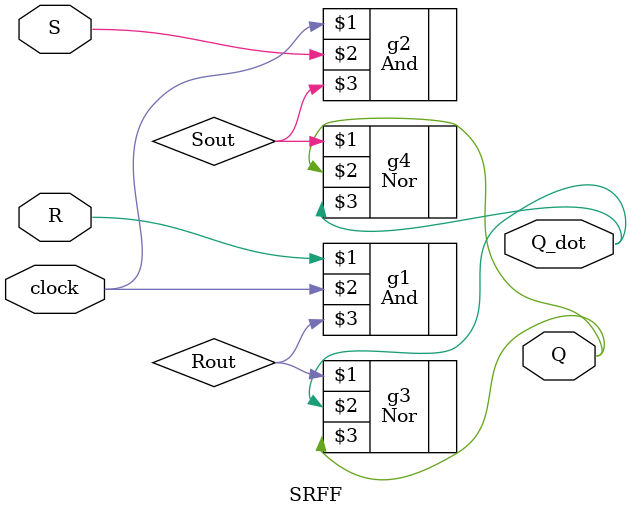
<source format=v>
module SRFF (input R, clock, S, output Q, Q_dot);
  And g1(R, clock, Rout);
  And g2(clock, S, Sout);
  Nor g3(Rout, Q_dot, Q);
  Nor g4(Sout, Q, Q_dot);

endmodule


</source>
